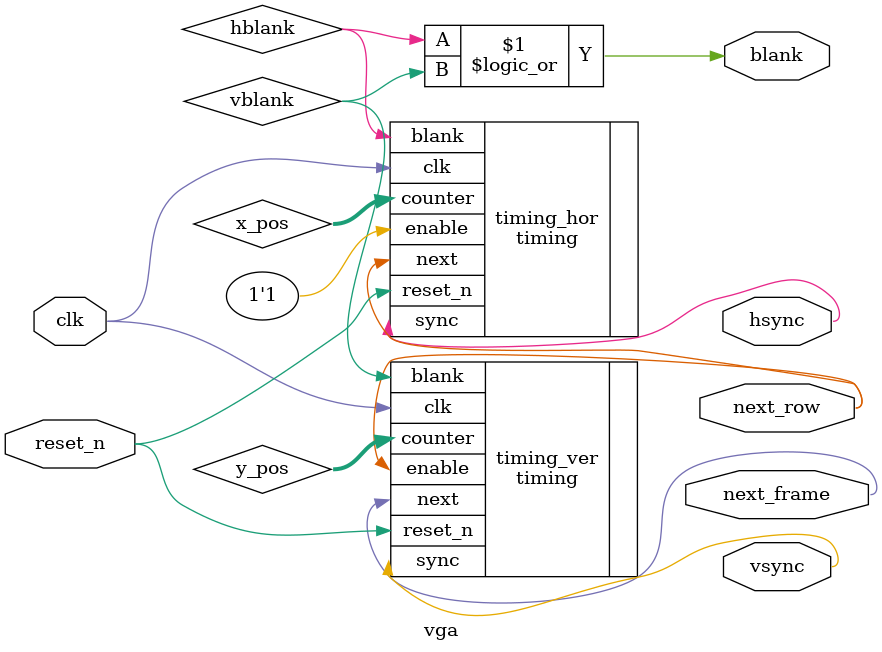
<source format=sv>

`default_nettype none

    /*
        Default parameters are VGA 640x480 @ 60 Hz
        clock = 25.175 MHz
    */

module vga #(
    parameter WIDTH=640,    // display width
    parameter HEIGHT=480,   // display height
    parameter HFRONT=16,    // horizontal front porch
    parameter HSYNC=96,     // horizontal sync
    parameter HBACK=48,     // horizontal back porch
    parameter VFRONT=10,    // vertical front porch
    parameter VSYNC=2,      // vertical sync
    parameter VBACK=33      // vertical back porch
)(
    input  logic clk,       // clock
    input  logic reset_n,   // reset
    output logic hsync,     // 1'b1 if in hsync region
    output logic vsync,     // 1'b1 if in vsync region
    output logic blank,     // 1'b1 if in blank region
    output logic next_row,  // 1'b1 if end of row
    output logic next_frame // 1'b1 if end of frame
);

    localparam HTOTAL = WIDTH + HFRONT + HSYNC + HBACK;
    localparam VTOTAL = HEIGHT + VFRONT + VSYNC + VBACK;

    logic signed [$clog2(HTOTAL) : 0] x_pos;
    logic signed [$clog2(VTOTAL) : 0] y_pos;

    /* Horizontal and Vertical Timing */
    
    logic hblank;
    logic vblank;
     
    // Horizontal timing
    timing #(
        .RESOLUTION     (WIDTH),
        .FRONT_PORCH    (HFRONT),
        .SYNC_PULSE     (HSYNC),
        .BACK_PORCH     (HBACK),
        .TOTAL          (HTOTAL),
        .POLARITY       (1'b0)
    ) timing_hor (
        .clk        (clk),
        .enable     (1'b1),
        .reset_n    (reset_n),
        .sync       (hsync),
        .blank      (hblank),
        .next       (next_row),
        .counter    (x_pos)
    );

    // Vertical timing
    timing #(
        .RESOLUTION     (HEIGHT),
        .FRONT_PORCH    (VFRONT),
        .SYNC_PULSE     (VSYNC),
        .BACK_PORCH     (VBACK),
        .TOTAL          (VTOTAL),
        .POLARITY       (1'b0)
    ) timing_ver (
        .clk        (clk),
        .enable     (next_row),
        .reset_n    (reset_n),
        .sync       (vsync),
        .blank      (vblank),
        .next       (next_frame),
        .counter    (y_pos)
    );

    assign blank = hblank || vblank;

endmodule

</source>
